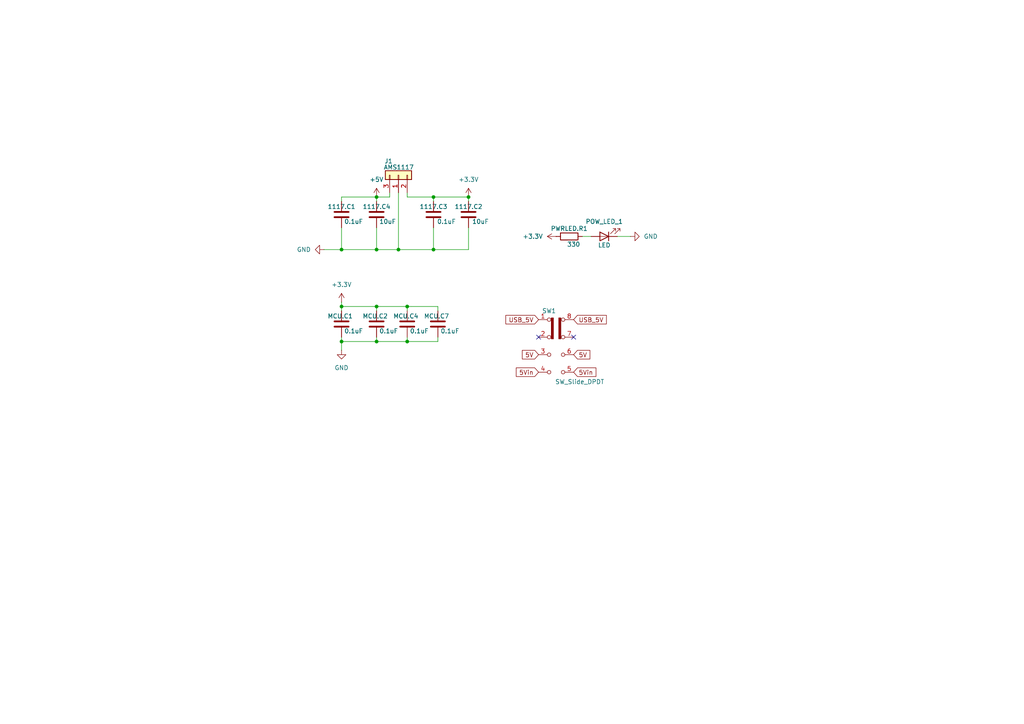
<source format=kicad_sch>
(kicad_sch (version 20231120) (generator "eeschema") (generator_version "8.0")
  (paper "A4")
  (lib_symbols
    (symbol "Connector_Generic:Conn_01x03" (pin_names (offset 1.016) hide)
      (property "Reference" "J1" (at 5.08 1.2701 0))
      (property "Value" "Conn_01x03" (at 5.08 -1.2699 0))
      (symbol "Conn_01x03_1_1"
        (rectangle (start -3.81 -1.27) (end 3.81 1.27) (stroke (width 0.254)) (fill (type background)))
        (rectangle (start -2.667 -1.27) (end -2.413 0) (stroke (width 0.1524)))
        (rectangle (start -0.127 -1.27) (end 0.127 0) (stroke (width 0.1524)))
        (rectangle (start 2.413 -1.27) (end 2.667 0) (stroke (width 0.1524)))
        (pin passive line (at 0 -5.08 90) (length 3.81) (name "Pin_1") (number "1"))
        (pin passive line (at 2.54 -5.08 90) (length 3.81) (name "Pin_2") (number "2"))
        (pin passive line (at -2.54 -5.08 90) (length 3.81) (name "Pin_3") (number "3"))
      )
    )
    (symbol "Device:C" (pin_numbers hide) (pin_names (offset 0.254))
      (property "Reference" "C" (at 0.635 2.54 0))
      (property "Value" "C" (at 0.635 -2.54 0))
      (symbol "C_0_1"
        (polyline (pts (xy -2.032 -0.762) (xy 2.032 -0.762)) (stroke (width 0.508)))
        (polyline (pts (xy -2.032 0.762) (xy 2.032 0.762)) (stroke (width 0.508)))
      )
      (symbol "C_1_1"
        (pin passive line (at 0 3.81 270) (length 2.794) (name "~") (number "1"))
        (pin passive line (at 0 -3.81 90) (length 2.794) (name "~") (number "2"))
      )
    )
    (symbol "Device:LED" (pin_numbers hide) (pin_names (offset 1.016) hide)
      (property "Reference" "D" (at 0 2.54 0))
      (property "Value" "LED" (at 0 -2.54 0))
      (symbol "LED_0_1"
        (polyline (pts (xy -1.27 -1.27) (xy -1.27 1.27)) (stroke (width 0.254)))
        (polyline (pts (xy -1.27 0) (xy 1.27 0)))
        (polyline (pts (xy 1.27 -1.27) (xy 1.27 1.27) (xy -1.27 0) (xy 1.27 -1.27)) (stroke (width 0.254)))
        (polyline (pts (xy -3.048 -0.762) (xy -4.572 -2.286) (xy -3.81 -2.286) (xy -4.572 -2.286) (xy -4.572 -1.524)))
        (polyline (pts (xy -1.778 -0.762) (xy -3.302 -2.286) (xy -2.54 -2.286) (xy -3.302 -2.286) (xy -3.302 -1.524)))
      )
      (symbol "LED_1_1"
        (pin passive line (at -3.81 0 0) (length 2.54) (name "K") (number "1"))
        (pin passive line (at 3.81 0 180) (length 2.54) (name "A") (number "2"))
      )
    )
    (symbol "Device:R" (pin_numbers hide) (pin_names (offset 0))
      (property "Reference" "R" (at 2.032 0 90))
      (property "Value" "R" (at 0 0 90))
      (symbol "R_0_1"
        (rectangle (start -1.016 -2.54) (end 1.016 2.54) (stroke (width 0.254)))
      )
      (symbol "R_1_1"
        (pin passive line (at 0 3.81 270) (length 1.27) (name "~") (number "1"))
        (pin passive line (at 0 -3.81 90) (length 1.27) (name "~") (number "2"))
      )
    )
    (symbol "Switch:SW_Slide_DPDT" (pin_names (offset 0) hide)
      (property "Reference" "SW1" (at -2.032 7.62 0))
      (property "Value" "SW_Slide_DPDT" (at 6.858 -11.938 0))
      (symbol "SW_Slide_DPDT_0_0"
        (circle (center -2.032 -10.16) (radius 0.508))
        (circle (center -2.032 -5.08) (radius 0.508))
        (circle (center -2.032 5.08) (radius 0.508))
        (circle (center 2.032 -10.16) (radius 0.508))
        (circle (center 2.032 -5.08) (radius 0.508))
        (circle (center 2.032 0) (radius 0.508))
      )
      (symbol "SW_Slide_DPDT_0_1"
        (circle (center -2.032 0) (radius 0.508))
        (circle (center 2.032 5.08) (radius 0.508))
      )
      (symbol "SW_Slide_DPDT_1_1"
        (rectangle (start -1.397 5.588) (end -0.762 -0.508) (fill (type outline)))
        (rectangle (start 0.762 5.588) (end 1.397 -0.508) (fill (type outline)))
        (pin passive line (at -5.08 5.08 0) (length 2.54) (name "A") (number "1"))
        (pin passive line (at -5.08 0 0) (length 2.54) (name "B") (number "2"))
        (pin passive line (at -5.08 -5.08 0) (length 2.54) (name "C") (number "3"))
        (pin input line (at -5.08 -10.16 0) (length 2.54) (name "4") (number "4"))
        (pin input line (at 5.08 -10.16 180) (length 2.54) (name "5") (number "5"))
        (pin passive line (at 5.08 -5.08 180) (length 2.54) (name "A") (number "6"))
        (pin passive line (at 5.08 0 180) (length 2.54) (name "B") (number "7"))
        (pin passive line (at 5.08 5.08 180) (length 2.54) (name "C") (number "8"))
      )
    )
    (symbol "power:+3.3V" (power) (pin_numbers hide) (pin_names (offset 0) hide)
      (property "Value" "+3.3V" (at 0 3.556 0))
      (symbol "+3.3V_0_1"
        (polyline (pts (xy -0.762 1.27) (xy 0 2.54)))
        (polyline (pts (xy 0 0) (xy 0 2.54)))
        (polyline (pts (xy 0 2.54) (xy 0.762 1.27)))
      )
      (symbol "+3.3V_1_1"
        (pin power_in line (at 0 0 90) (length 0) (name "~") (number "1"))
      )
    )
    (symbol "power:+5V" (power) (pin_numbers hide) (pin_names (offset 0) hide)
      (property "Value" "+5V" (at 0 3.556 0))
      (symbol "+5V_0_1"
        (polyline (pts (xy -0.762 1.27) (xy 0 2.54)))
        (polyline (pts (xy 0 0) (xy 0 2.54)))
        (polyline (pts (xy 0 2.54) (xy 0.762 1.27)))
      )
      (symbol "+5V_1_1"
        (pin power_in line (at 0 0 90) (length 0) (name "~") (number "1"))
      )
    )
    (symbol "power:GND" (power) (pin_numbers hide) (pin_names (offset 0) hide)
      (property "Value" "GND" (at 0 -3.81 0))
      (symbol "GND_0_1"
        (polyline (pts (xy 0 0) (xy 0 -1.27) (xy 1.27 -1.27) (xy 0 -2.54) (xy -1.27 -1.27) (xy 0 -1.27)))
      )
      (symbol "GND_1_1"
        (pin power_in line (at 0 0 270) (length 0) (name "~") (number "1"))
      )
    )
  )
  (junction (at 118.11 88.9))
  (junction (at 115.57 72.39))
  (junction (at 109.22 57.15))
  (junction (at 99.06 72.39))
  (junction (at 125.73 57.15))
  (junction (at 109.22 72.39))
  (junction (at 99.06 99.06))
  (junction (at 109.22 99.06))
  (junction (at 125.73 72.39))
  (junction (at 118.11 99.06))
  (junction (at 135.89 57.15))
  (junction (at 109.22 88.9))
  (junction (at 99.06 88.9))
  (no_connect (at 156.21 97.79))
  (no_connect (at 166.37 97.79))
  (wire (pts (xy 99.06 66.04) (xy 99.06 72.39)))
  (wire (pts (xy 171.45 68.58) (xy 168.91 68.58)))
  (wire (pts (xy 99.06 87.63) (xy 99.06 88.9)))
  (wire (pts (xy 99.06 88.9) (xy 99.06 90.17)))
  (wire (pts (xy 135.89 72.39) (xy 125.73 72.39)))
  (wire (pts (xy 113.03 55.88) (xy 113.03 57.15)))
  (wire (pts (xy 113.03 57.15) (xy 109.22 57.15)))
  (wire (pts (xy 118.11 88.9) (xy 109.22 88.9)))
  (wire (pts (xy 109.22 57.15) (xy 109.22 58.42)))
  (wire (pts (xy 118.11 55.88) (xy 118.11 57.15)))
  (wire (pts (xy 118.11 57.15) (xy 125.73 57.15)))
  (wire (pts (xy 127 88.9) (xy 118.11 88.9)))
  (wire (pts (xy 109.22 99.06) (xy 99.06 99.06)))
  (wire (pts (xy 109.22 57.15) (xy 99.06 57.15)))
  (wire (pts (xy 109.22 66.04) (xy 109.22 72.39)))
  (wire (pts (xy 125.73 72.39) (xy 115.57 72.39)))
  (wire (pts (xy 127 90.17) (xy 127 88.9)))
  (wire (pts (xy 127 99.06) (xy 118.11 99.06)))
  (wire (pts (xy 125.73 57.15) (xy 125.73 58.42)))
  (wire (pts (xy 135.89 66.04) (xy 135.89 72.39)))
  (wire (pts (xy 99.06 101.6) (xy 99.06 99.06)))
  (wire (pts (xy 127 97.79) (xy 127 99.06)))
  (wire (pts (xy 115.57 72.39) (xy 109.22 72.39)))
  (wire (pts (xy 125.73 66.04) (xy 125.73 72.39)))
  (wire (pts (xy 115.57 55.88) (xy 115.57 72.39)))
  (wire (pts (xy 99.06 72.39) (xy 93.98 72.39)))
  (wire (pts (xy 99.06 99.06) (xy 99.06 97.79)))
  (wire (pts (xy 109.22 97.79) (xy 109.22 99.06)))
  (wire (pts (xy 109.22 72.39) (xy 99.06 72.39)))
  (wire (pts (xy 109.22 90.17) (xy 109.22 88.9)))
  (wire (pts (xy 118.11 99.06) (xy 109.22 99.06)))
  (wire (pts (xy 99.06 57.15) (xy 99.06 58.42)))
  (wire (pts (xy 118.11 97.79) (xy 118.11 99.06)))
  (wire (pts (xy 182.88 68.58) (xy 179.07 68.58)))
  (wire (pts (xy 118.11 90.17) (xy 118.11 88.9)))
  (wire (pts (xy 109.22 88.9) (xy 99.06 88.9)))
  (wire (pts (xy 135.89 58.42) (xy 135.89 57.15)))
  (wire (pts (xy 135.89 57.15) (xy 125.73 57.15)))
  (global_label "USB_5V" (shape input) (at 156.21 92.71 180) (property "Intersheetrefs" "${INTERSHEET_REFS}" (effects (hide yes))))
  (global_label "5V" (shape input) (at 156.21 102.87 180) (property "Intersheetrefs" "${INTERSHEET_REFS}" (effects (hide yes))))
  (global_label "5V" (shape input) (at 166.37 102.87 0) (property "Intersheetrefs" "${INTERSHEET_REFS}" (effects (hide yes))))
  (global_label "USB_5V" (shape input) (at 166.37 92.71 0) (property "Intersheetrefs" "${INTERSHEET_REFS}" (effects (hide yes))))
  (global_label "5Vin" (shape input) (at 156.21 107.95 180) (property "Intersheetrefs" "${INTERSHEET_REFS}" (effects (hide yes))))
  (global_label "5Vin" (shape input) (at 166.37 107.95 0) (property "Intersheetrefs" "${INTERSHEET_REFS}" (effects (hide yes))))
  (symbol (lib_id "power:GND") (at 182.88 68.58 90) (unit 1)
    (property "Reference" "#PWR07" (effects (hide yes)))
    (property "Value" "GND" (at 186.69 68.5799 90) (effects (justify right)))
    (property "Description" "Power symbol creates a global label with name \"GND\" , ground" (effects (hide yes)))
  )
  (symbol (lib_id "Device:C") (at 127 93.98 0) (unit 1)
    (property "Reference" "MCU.C7" (at 122.936 91.694 0) (effects (justify left)))
    (property "Value" "0.1uF" (at 127.762 96.012 0) (effects (justify left)))
    (property "Footprint" "Capacitor_SMD:C_0805_2012Metric" (effects (hide yes)))
    (property "Description" "Unpolarized capacitor" (effects (hide yes)))
  )
  (symbol (lib_id "Device:C") (at 99.06 62.23 0) (unit 1)
    (property "Reference" "1117.C1" (at 94.996 59.944 0) (effects (justify left)))
    (property "Value" "0.1uF" (at 99.822 64.262 0) (effects (justify left)))
    (property "Footprint" "Capacitor_SMD:C_0805_2012Metric" (effects (hide yes)))
    (property "Description" "Unpolarized capacitor" (effects (hide yes)))
  )
  (symbol (lib_id "power:GND") (at 93.98 72.39 270) (unit 1)
    (property "Reference" "#PWR01" (effects (hide yes)))
    (property "Value" "GND" (at 90.17 72.3899 90) (effects (justify right)))
    (property "Description" "Power symbol creates a global label with name \"GND\" , ground" (effects (hide yes)))
  )
  (symbol (lib_id "Device:C") (at 135.89 62.23 0) (unit 1)
    (property "Reference" "1117.C2" (at 131.826 59.944 0) (effects (justify left)))
    (property "Value" "10uF" (at 136.906 64.262 0) (effects (justify left)))
    (property "Footprint" "Capacitor_SMD:C_0805_2012Metric" (effects (hide yes)))
    (property "Description" "Unpolarized capacitor" (effects (hide yes)))
  )
  (symbol (lib_id "power:+3.3V") (at 99.06 87.63 0) (unit 1)
    (property "Reference" "#PWR04" (effects (hide yes)))
    (property "Value" "+3.3V" (at 99.06 82.55 0))
    (property "Description" "Power symbol creates a global label with name \"+3.3V\"" (effects (hide yes)))
  )
  (symbol (lib_id "Device:LED") (at 175.26 68.58 180) (unit 1)
    (property "Reference" "POW_LED_1" (at 175.26 64.262 0))
    (property "Value" "LED" (at 175.26 71.12 0))
    (property "Footprint" "LED_SMD:LED_0805_2012Metric" (effects (hide yes)))
    (property "Description" "Light emitting diode" (effects (hide yes)))
  )
  (symbol (lib_id "Device:C") (at 109.22 62.23 0) (unit 1)
    (property "Reference" "1117.C4" (at 105.156 59.944 0) (effects (justify left)))
    (property "Value" "10uF" (at 109.982 64.262 0) (effects (justify left)))
    (property "Footprint" "Capacitor_SMD:C_0805_2012Metric" (effects (hide yes)))
    (property "Description" "Unpolarized capacitor" (effects (hide yes)))
  )
  (symbol (lib_id "Device:C") (at 109.22 93.98 0) (unit 1)
    (property "Reference" "MCU.C2" (at 105.156 91.694 0) (effects (justify left)))
    (property "Value" "0.1uF" (at 109.982 96.012 0) (effects (justify left)))
    (property "Footprint" "Capacitor_SMD:C_0805_2012Metric" (effects (hide yes)))
    (property "Description" "Unpolarized capacitor" (effects (hide yes)))
  )
  (symbol (lib_id "Switch:SW_Slide_DPDT") (at 161.29 97.79 0) (unit 1)
    (property "Reference" "SW1" (at 159.258 90.17 0))
    (property "Value" "SW_Slide_DPDT" (at 168.148 110.744 0))
    (property "Footprint" "Library:MY_SW" (effects (hide yes)))
    (property "Description" "Slide Switch, dual pole double throw" (effects (hide yes)))
  )
  (symbol (lib_id "power:+3.3V") (at 135.89 57.15 0) (unit 1)
    (property "Reference" "#PWR03" (effects (hide yes)))
    (property "Value" "+3.3V" (at 135.89 52.07 0))
    (property "Description" "Power symbol creates a global label with name \"+3.3V\"" (effects (hide yes)))
  )
  (symbol (lib_id "Connector_Generic:Conn_01x03") (at 115.57 50.8 0) (unit 1)
    (property "Reference" "J1" (at 111.506 46.736 0) (effects (justify left)))
    (property "Value" "AMS1117" (at 111.252 48.514 0) (effects (justify left)))
    (property "Footprint" "Connector:FanPinHeader_1x03_P2.54mm_Vertical" (effects (hide yes)))
    (property "Description" "Generic connector, single row, 01x03, script generated (kicad-library-utils/schlib/autogen/connector/)" (effects (hide yes)))
  )
  (symbol (lib_id "Device:C") (at 125.73 62.23 0) (unit 1)
    (property "Reference" "1117.C3" (at 121.666 59.944 0) (effects (justify left)))
    (property "Value" "0.1uF" (at 126.746 64.262 0) (effects (justify left)))
    (property "Footprint" "Capacitor_SMD:C_0805_2012Metric" (effects (hide yes)))
    (property "Description" "Unpolarized capacitor" (effects (hide yes)))
  )
  (symbol (lib_id "power:+3.3V") (at 161.29 68.58 90) (unit 1)
    (property "Reference" "#PWR06" (effects (hide yes)))
    (property "Value" "+3.3V" (at 157.48 68.5799 90) (effects (justify left)))
    (property "Description" "Power symbol creates a global label with name \"+3.3V\"" (effects (hide yes)))
  )
  (symbol (lib_id "Device:R") (at 165.1 68.58 270) (unit 1)
    (property "Reference" "PWRLED.R1" (at 165.1 66.294 90))
    (property "Value" "330" (at 166.37 70.866 90))
    (property "Footprint" "Resistor_SMD:R_0805_2012Metric" (effects (hide yes)))
    (property "Description" "Resistor" (effects (hide yes)))
  )
  (symbol (lib_id "power:GND") (at 99.06 101.6 0) (unit 1)
    (property "Reference" "#PWR05" (effects (hide yes)))
    (property "Value" "GND" (at 99.06 106.68 0))
    (property "Description" "Power symbol creates a global label with name \"GND\" , ground" (effects (hide yes)))
  )
  (symbol (lib_id "Device:C") (at 99.06 93.98 0) (unit 1)
    (property "Reference" "MCU.C1" (at 94.996 91.694 0) (effects (justify left)))
    (property "Value" "0.1uF" (at 99.822 96.012 0) (effects (justify left)))
    (property "Footprint" "Capacitor_SMD:C_0805_2012Metric" (effects (hide yes)))
    (property "Description" "Unpolarized capacitor" (effects (hide yes)))
  )
  (symbol (lib_id "power:+5V") (at 109.22 57.15 0) (unit 1)
    (property "Reference" "#PWR02" (effects (hide yes)))
    (property "Value" "+5V" (at 109.22 52.07 0))
    (property "Description" "Power symbol creates a global label with name \"+5V\"" (effects (hide yes)))
  )
  (symbol (lib_id "Device:C") (at 118.11 93.98 0) (unit 1)
    (property "Reference" "MCU.C4" (at 114.046 91.694 0) (effects (justify left)))
    (property "Value" "0.1uF" (at 118.872 96.012 0) (effects (justify left)))
    (property "Footprint" "Capacitor_SMD:C_0805_2012Metric" (effects (hide yes)))
    (property "Description" "Unpolarized capacitor" (effects (hide yes)))
  )
)
</source>
